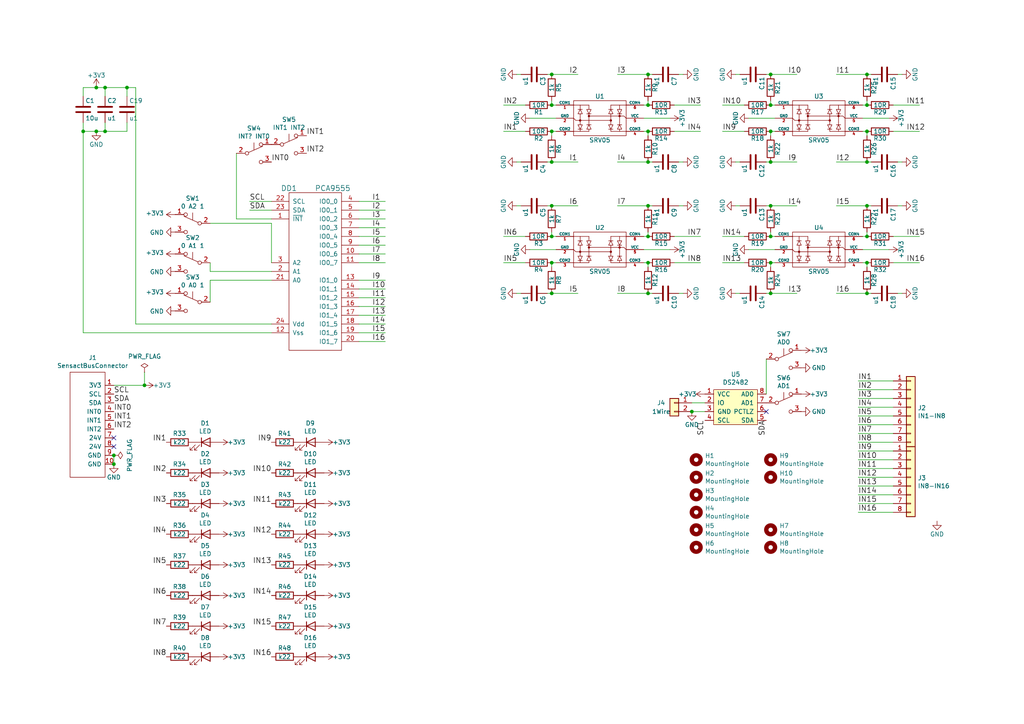
<source format=kicad_sch>
(kicad_sch (version 20211123) (generator eeschema)
  (paper "A4")
  (junction (at 33.02 134.62))
  (junction (at 200.66 119.38))
  (junction (at 223.52 85.09))
  (junction (at 41.91 111.76))
  (junction (at 251.46 46.99))
  (junction (at 223.52 76.2))
  (junction (at 187.96 30.48))
  (junction (at 223.52 46.99))
  (junction (at 187.96 76.2))
  (junction (at 187.96 59.69))
  (junction (at 251.46 59.69))
  (junction (at 30.48 38.1))
  (junction (at 187.96 68.58))
  (junction (at 251.46 76.2))
  (junction (at 251.46 21.59))
  (junction (at 160.02 68.58))
  (junction (at 187.96 85.09))
  (junction (at 187.96 21.59))
  (junction (at 160.02 85.09))
  (junction (at 160.02 76.2))
  (junction (at 187.96 46.99))
  (junction (at 223.52 68.58))
  (junction (at 160.02 30.48))
  (junction (at 27.94 38.1))
  (junction (at 33.02 132.08))
  (junction (at 223.52 21.59))
  (junction (at 24.13 38.1))
  (junction (at 160.02 59.69))
  (junction (at 160.02 46.99))
  (junction (at 30.48 25.4))
  (junction (at 223.52 30.48))
  (junction (at 251.46 68.58))
  (junction (at 251.46 85.09))
  (junction (at 187.96 38.1))
  (junction (at 223.52 59.69))
  (junction (at 251.46 38.1))
  (junction (at 27.94 25.4))
  (junction (at 160.02 38.1))
  (junction (at 223.52 38.1))
  (junction (at 251.46 30.48))
  (junction (at 160.02 21.59))
  (junction (at 36.83 25.4))
  (no_connect (at 33.02 127))
  (no_connect (at 33.02 129.54))
  (no_connect (at 222.25 119.38))
  (wire (pts (xy 104.14 91.44) (xy 111.76 91.44)))
  (wire (pts (xy 161.29 34.29) (xy 153.67 34.29)))
  (wire (pts (xy 198.12 59.69) (xy 196.85 59.69)))
  (wire (pts (xy 223.52 38.1) (xy 223.52 39.37)))
  (wire (pts (xy 151.13 85.09) (xy 149.86 85.09)))
  (wire (pts (xy 24.13 38.1) (xy 27.94 38.1)))
  (wire (pts (xy 215.9 30.48) (xy 209.55 30.48)))
  (wire (pts (xy 223.52 21.59) (xy 231.14 21.59)))
  (wire (pts (xy 257.81 34.29) (xy 250.19 34.29)))
  (wire (pts (xy 222.25 21.59) (xy 223.52 21.59)))
  (wire (pts (xy 27.94 25.4) (xy 30.48 25.4)))
  (wire (pts (xy 68.58 44.45) (xy 68.58 63.5)))
  (wire (pts (xy 36.83 25.4) (xy 39.37 25.4)))
  (wire (pts (xy 24.13 38.1) (xy 24.13 96.52)))
  (wire (pts (xy 179.07 85.09) (xy 187.96 85.09)))
  (wire (pts (xy 198.12 46.99) (xy 196.85 46.99)))
  (wire (pts (xy 223.52 68.58) (xy 223.52 67.31)))
  (wire (pts (xy 259.08 125.73) (xy 248.92 125.73)))
  (wire (pts (xy 60.96 64.77) (xy 78.74 64.77)))
  (wire (pts (xy 30.48 38.1) (xy 30.48 35.56)))
  (wire (pts (xy 160.02 38.1) (xy 160.02 39.37)))
  (wire (pts (xy 250.19 30.48) (xy 251.46 30.48)))
  (wire (pts (xy 224.79 72.39) (xy 217.17 72.39)))
  (wire (pts (xy 222.25 85.09) (xy 223.52 85.09)))
  (wire (pts (xy 259.08 138.43) (xy 248.92 138.43)))
  (wire (pts (xy 104.14 81.28) (xy 111.76 81.28)))
  (wire (pts (xy 60.96 78.74) (xy 78.74 78.74)))
  (wire (pts (xy 30.48 25.4) (xy 30.48 27.94)))
  (wire (pts (xy 251.46 59.69) (xy 252.73 59.69)))
  (wire (pts (xy 158.75 46.99) (xy 160.02 46.99)))
  (wire (pts (xy 195.58 68.58) (xy 203.2 68.58)))
  (wire (pts (xy 261.62 46.99) (xy 260.35 46.99)))
  (wire (pts (xy 78.74 93.98) (xy 39.37 93.98)))
  (wire (pts (xy 104.14 73.66) (xy 111.76 73.66)))
  (wire (pts (xy 259.08 133.35) (xy 248.92 133.35)))
  (wire (pts (xy 104.14 58.42) (xy 111.76 58.42)))
  (wire (pts (xy 78.74 81.28) (xy 60.96 81.28)))
  (wire (pts (xy 187.96 68.58) (xy 187.96 67.31)))
  (wire (pts (xy 187.96 85.09) (xy 189.23 85.09)))
  (wire (pts (xy 30.48 38.1) (xy 36.83 38.1)))
  (wire (pts (xy 104.14 68.58) (xy 111.76 68.58)))
  (wire (pts (xy 158.75 21.59) (xy 160.02 21.59)))
  (wire (pts (xy 223.52 30.48) (xy 223.52 29.21)))
  (wire (pts (xy 104.14 66.04) (xy 111.76 66.04)))
  (wire (pts (xy 251.46 68.58) (xy 251.46 67.31)))
  (wire (pts (xy 24.13 25.4) (xy 27.94 25.4)))
  (wire (pts (xy 222.25 104.14) (xy 222.25 114.3)))
  (wire (pts (xy 36.83 25.4) (xy 36.83 27.94)))
  (wire (pts (xy 259.08 123.19) (xy 248.92 123.19)))
  (wire (pts (xy 151.13 21.59) (xy 149.86 21.59)))
  (wire (pts (xy 224.79 68.58) (xy 223.52 68.58)))
  (wire (pts (xy 161.29 72.39) (xy 153.67 72.39)))
  (wire (pts (xy 36.83 38.1) (xy 36.83 35.56)))
  (wire (pts (xy 259.08 113.03) (xy 248.92 113.03)))
  (wire (pts (xy 78.74 60.96) (xy 72.39 60.96)))
  (wire (pts (xy 186.69 68.58) (xy 187.96 68.58)))
  (wire (pts (xy 215.9 68.58) (xy 209.55 68.58)))
  (wire (pts (xy 187.96 46.99) (xy 189.23 46.99)))
  (wire (pts (xy 259.08 115.57) (xy 248.92 115.57)))
  (wire (pts (xy 223.52 59.69) (xy 231.14 59.69)))
  (wire (pts (xy 223.52 85.09) (xy 231.14 85.09)))
  (wire (pts (xy 187.96 21.59) (xy 189.23 21.59)))
  (wire (pts (xy 214.63 21.59) (xy 213.36 21.59)))
  (wire (pts (xy 259.08 76.2) (xy 266.7 76.2)))
  (wire (pts (xy 251.46 30.48) (xy 251.46 29.21)))
  (wire (pts (xy 60.96 76.2) (xy 60.96 78.74)))
  (wire (pts (xy 215.9 38.1) (xy 209.55 38.1)))
  (wire (pts (xy 78.74 63.5) (xy 68.58 63.5)))
  (wire (pts (xy 104.14 88.9) (xy 111.76 88.9)))
  (wire (pts (xy 195.58 38.1) (xy 203.2 38.1)))
  (wire (pts (xy 27.94 38.1) (xy 30.48 38.1)))
  (wire (pts (xy 251.46 76.2) (xy 251.46 77.47)))
  (wire (pts (xy 250.19 38.1) (xy 251.46 38.1)))
  (wire (pts (xy 259.08 140.97) (xy 248.92 140.97)))
  (wire (pts (xy 104.14 99.06) (xy 111.76 99.06)))
  (wire (pts (xy 151.13 59.69) (xy 149.86 59.69)))
  (wire (pts (xy 223.52 76.2) (xy 223.52 77.47)))
  (wire (pts (xy 33.02 132.08) (xy 33.02 134.62)))
  (wire (pts (xy 78.74 58.42) (xy 72.39 58.42)))
  (wire (pts (xy 104.14 93.98) (xy 111.76 93.98)))
  (wire (pts (xy 152.4 38.1) (xy 146.05 38.1)))
  (wire (pts (xy 259.08 130.81) (xy 248.92 130.81)))
  (wire (pts (xy 104.14 83.82) (xy 111.76 83.82)))
  (wire (pts (xy 158.75 85.09) (xy 160.02 85.09)))
  (wire (pts (xy 160.02 76.2) (xy 161.29 76.2)))
  (wire (pts (xy 151.13 46.99) (xy 149.86 46.99)))
  (wire (pts (xy 261.62 59.69) (xy 260.35 59.69)))
  (wire (pts (xy 152.4 68.58) (xy 146.05 68.58)))
  (wire (pts (xy 195.58 30.48) (xy 203.2 30.48)))
  (wire (pts (xy 160.02 30.48) (xy 160.02 29.21)))
  (wire (pts (xy 194.31 34.29) (xy 186.69 34.29)))
  (wire (pts (xy 259.08 120.65) (xy 248.92 120.65)))
  (wire (pts (xy 194.31 72.39) (xy 186.69 72.39)))
  (wire (pts (xy 198.12 85.09) (xy 196.85 85.09)))
  (wire (pts (xy 259.08 146.05) (xy 248.92 146.05)))
  (wire (pts (xy 104.14 71.12) (xy 111.76 71.12)))
  (wire (pts (xy 204.47 119.38) (xy 200.66 119.38)))
  (wire (pts (xy 33.02 111.76) (xy 41.91 111.76)))
  (wire (pts (xy 78.74 64.77) (xy 78.74 76.2)))
  (wire (pts (xy 223.52 46.99) (xy 231.14 46.99)))
  (wire (pts (xy 242.57 85.09) (xy 251.46 85.09)))
  (wire (pts (xy 223.52 76.2) (xy 224.79 76.2)))
  (wire (pts (xy 259.08 30.48) (xy 266.7 30.48)))
  (wire (pts (xy 215.9 76.2) (xy 209.55 76.2)))
  (wire (pts (xy 186.69 76.2) (xy 187.96 76.2)))
  (wire (pts (xy 259.08 128.27) (xy 248.92 128.27)))
  (wire (pts (xy 198.12 21.59) (xy 196.85 21.59)))
  (wire (pts (xy 152.4 76.2) (xy 146.05 76.2)))
  (wire (pts (xy 24.13 35.56) (xy 24.13 38.1)))
  (wire (pts (xy 24.13 25.4) (xy 24.13 27.94)))
  (wire (pts (xy 158.75 59.69) (xy 160.02 59.69)))
  (wire (pts (xy 214.63 46.99) (xy 213.36 46.99)))
  (wire (pts (xy 186.69 38.1) (xy 187.96 38.1)))
  (wire (pts (xy 259.08 143.51) (xy 248.92 143.51)))
  (wire (pts (xy 160.02 46.99) (xy 167.64 46.99)))
  (wire (pts (xy 259.08 148.59) (xy 248.92 148.59)))
  (wire (pts (xy 242.57 21.59) (xy 251.46 21.59)))
  (wire (pts (xy 222.25 46.99) (xy 223.52 46.99)))
  (wire (pts (xy 224.79 30.48) (xy 223.52 30.48)))
  (wire (pts (xy 259.08 135.89) (xy 248.92 135.89)))
  (wire (pts (xy 186.69 30.48) (xy 187.96 30.48)))
  (wire (pts (xy 251.46 85.09) (xy 252.73 85.09)))
  (wire (pts (xy 259.08 118.11) (xy 248.92 118.11)))
  (wire (pts (xy 60.96 81.28) (xy 60.96 87.63)))
  (wire (pts (xy 223.52 38.1) (xy 224.79 38.1)))
  (wire (pts (xy 179.07 59.69) (xy 187.96 59.69)))
  (wire (pts (xy 195.58 76.2) (xy 203.2 76.2)))
  (wire (pts (xy 161.29 30.48) (xy 160.02 30.48)))
  (wire (pts (xy 104.14 60.96) (xy 111.76 60.96)))
  (wire (pts (xy 187.96 38.1) (xy 187.96 39.37)))
  (wire (pts (xy 259.08 68.58) (xy 266.7 68.58)))
  (wire (pts (xy 251.46 38.1) (xy 251.46 39.37)))
  (wire (pts (xy 187.96 59.69) (xy 189.23 59.69)))
  (wire (pts (xy 179.07 46.99) (xy 187.96 46.99)))
  (wire (pts (xy 152.4 30.48) (xy 146.05 30.48)))
  (wire (pts (xy 160.02 85.09) (xy 167.64 85.09)))
  (wire (pts (xy 24.13 96.52) (xy 78.74 96.52)))
  (wire (pts (xy 250.19 68.58) (xy 251.46 68.58)))
  (wire (pts (xy 214.63 85.09) (xy 213.36 85.09)))
  (wire (pts (xy 160.02 38.1) (xy 161.29 38.1)))
  (wire (pts (xy 160.02 21.59) (xy 167.64 21.59)))
  (wire (pts (xy 179.07 21.59) (xy 187.96 21.59)))
  (wire (pts (xy 160.02 68.58) (xy 160.02 67.31)))
  (wire (pts (xy 39.37 93.98) (xy 39.37 25.4)))
  (wire (pts (xy 257.81 72.39) (xy 250.19 72.39)))
  (wire (pts (xy 41.91 107.95) (xy 41.91 111.76)))
  (wire (pts (xy 160.02 59.69) (xy 167.64 59.69)))
  (wire (pts (xy 161.29 68.58) (xy 160.02 68.58)))
  (wire (pts (xy 242.57 59.69) (xy 251.46 59.69)))
  (wire (pts (xy 187.96 76.2) (xy 187.96 77.47)))
  (wire (pts (xy 250.19 76.2) (xy 251.46 76.2)))
  (wire (pts (xy 214.63 59.69) (xy 213.36 59.69)))
  (wire (pts (xy 160.02 76.2) (xy 160.02 77.47)))
  (wire (pts (xy 30.48 25.4) (xy 36.83 25.4)))
  (wire (pts (xy 251.46 21.59) (xy 252.73 21.59)))
  (wire (pts (xy 187.96 30.48) (xy 187.96 29.21)))
  (wire (pts (xy 259.08 38.1) (xy 266.7 38.1)))
  (wire (pts (xy 259.08 110.49) (xy 248.92 110.49)))
  (wire (pts (xy 104.14 86.36) (xy 111.76 86.36)))
  (wire (pts (xy 104.14 96.52) (xy 111.76 96.52)))
  (wire (pts (xy 200.66 116.84) (xy 204.47 116.84)))
  (wire (pts (xy 104.14 63.5) (xy 111.76 63.5)))
  (wire (pts (xy 224.79 34.29) (xy 217.17 34.29)))
  (wire (pts (xy 242.57 46.99) (xy 251.46 46.99)))
  (wire (pts (xy 261.62 21.59) (xy 260.35 21.59)))
  (wire (pts (xy 104.14 76.2) (xy 111.76 76.2)))
  (wire (pts (xy 222.25 59.69) (xy 223.52 59.69)))
  (wire (pts (xy 261.62 85.09) (xy 260.35 85.09)))
  (wire (pts (xy 251.46 46.99) (xy 252.73 46.99)))
  (label "I12" (at 242.57 46.99 0) (effects (font (size 1.524 1.524))))
  (label "IN14" (at 248.92 143.51 0) (effects (font (size 1.524 1.524))))
  (label "IN2" (at 48.26 137.16 180) (effects (font (size 1.524 1.524))))
  (label "IN1" (at 146.05 38.1 0) (effects (font (size 1.524 1.524))))
  (label "I12" (at 107.95 88.9 0) (effects (font (size 1.524 1.524))))
  (label "I1" (at 107.95 58.42 0) (effects (font (size 1.524 1.524))))
  (label "I13" (at 107.95 91.44 0) (effects (font (size 1.524 1.524))))
  (label "I7" (at 107.95 73.66 0) (effects (font (size 1.524 1.524))))
  (label "I2" (at 165.1 21.59 0) (effects (font (size 1.524 1.524))))
  (label "IN1" (at 48.26 128.27 180) (effects (font (size 1.524 1.524))))
  (label "INT0" (at 33.02 119.38 0) (effects (font (size 1.524 1.524))))
  (label "IN15" (at 248.92 146.05 0) (effects (font (size 1.524 1.524))))
  (label "I7" (at 179.07 59.69 0) (effects (font (size 1.524 1.524))))
  (label "IN15" (at 78.74 181.61 180) (effects (font (size 1.524 1.524))))
  (label "IN12" (at 248.92 138.43 0) (effects (font (size 1.524 1.524))))
  (label "IN15" (at 262.89 68.58 0) (effects (font (size 1.524 1.524))))
  (label "I8" (at 179.07 85.09 0) (effects (font (size 1.524 1.524))))
  (label "I9" (at 107.95 81.28 0) (effects (font (size 1.524 1.524))))
  (label "I10" (at 228.6 21.59 0) (effects (font (size 1.524 1.524))))
  (label "IN3" (at 248.92 115.57 0) (effects (font (size 1.524 1.524))))
  (label "I5" (at 107.95 68.58 0) (effects (font (size 1.524 1.524))))
  (label "I6" (at 165.1 59.69 0) (effects (font (size 1.524 1.524))))
  (label "IN5" (at 48.26 163.83 180) (effects (font (size 1.524 1.524))))
  (label "IN16" (at 78.74 190.5 180) (effects (font (size 1.524 1.524))))
  (label "IN11" (at 248.92 135.89 0) (effects (font (size 1.524 1.524))))
  (label "IN14" (at 209.55 68.58 0) (effects (font (size 1.524 1.524))))
  (label "INT1" (at 88.9 39.37 0) (effects (font (size 1.524 1.524))))
  (label "IN7" (at 248.92 125.73 0) (effects (font (size 1.524 1.524))))
  (label "I13" (at 228.6 85.09 0) (effects (font (size 1.524 1.524))))
  (label "SDA" (at 222.25 121.92 270) (effects (font (size 1.524 1.524))))
  (label "I15" (at 242.57 59.69 0) (effects (font (size 1.524 1.524))))
  (label "IN5" (at 146.05 76.2 0) (effects (font (size 1.524 1.524))))
  (label "I15" (at 107.95 96.52 0) (effects (font (size 1.524 1.524))))
  (label "SCL" (at 33.02 114.3 0) (effects (font (size 1.524 1.524))))
  (label "IN8" (at 248.92 128.27 0) (effects (font (size 1.524 1.524))))
  (label "I6" (at 107.95 71.12 0) (effects (font (size 1.524 1.524))))
  (label "I2" (at 107.95 60.96 0) (effects (font (size 1.524 1.524))))
  (label "IN5" (at 248.92 120.65 0) (effects (font (size 1.524 1.524))))
  (label "INT2" (at 33.02 124.46 0) (effects (font (size 1.524 1.524))))
  (label "IN10" (at 209.55 30.48 0) (effects (font (size 1.524 1.524))))
  (label "IN9" (at 209.55 38.1 0) (effects (font (size 1.524 1.524))))
  (label "I11" (at 242.57 21.59 0) (effects (font (size 1.524 1.524))))
  (label "IN6" (at 146.05 68.58 0) (effects (font (size 1.524 1.524))))
  (label "IN13" (at 209.55 76.2 0) (effects (font (size 1.524 1.524))))
  (label "I3" (at 179.07 21.59 0) (effects (font (size 1.524 1.524))))
  (label "I14" (at 107.95 93.98 0) (effects (font (size 1.524 1.524))))
  (label "IN7" (at 199.39 68.58 0) (effects (font (size 1.524 1.524))))
  (label "SCL" (at 72.39 58.42 0) (effects (font (size 1.524 1.524))))
  (label "IN12" (at 78.74 154.94 180) (effects (font (size 1.524 1.524))))
  (label "SDA" (at 72.39 60.96 0) (effects (font (size 1.524 1.524))))
  (label "IN11" (at 78.74 146.05 180) (effects (font (size 1.524 1.524))))
  (label "IN11" (at 262.89 30.48 0) (effects (font (size 1.524 1.524))))
  (label "IN4" (at 48.26 154.94 180) (effects (font (size 1.524 1.524))))
  (label "IN4" (at 248.92 118.11 0) (effects (font (size 1.524 1.524))))
  (label "INT0" (at 78.74 46.99 0) (effects (font (size 1.524 1.524))))
  (label "IN13" (at 248.92 140.97 0) (effects (font (size 1.524 1.524))))
  (label "IN4" (at 199.39 38.1 0) (effects (font (size 1.524 1.524))))
  (label "IN14" (at 78.74 172.72 180) (effects (font (size 1.524 1.524))))
  (label "IN6" (at 248.92 123.19 0) (effects (font (size 1.524 1.524))))
  (label "I11" (at 107.95 86.36 0) (effects (font (size 1.524 1.524))))
  (label "IN7" (at 48.26 181.61 180) (effects (font (size 1.524 1.524))))
  (label "IN2" (at 146.05 30.48 0) (effects (font (size 1.524 1.524))))
  (label "IN16" (at 248.92 148.59 0) (effects (font (size 1.524 1.524))))
  (label "IN9" (at 78.74 128.27 180) (effects (font (size 1.524 1.524))))
  (label "IN3" (at 199.39 30.48 0) (effects (font (size 1.524 1.524))))
  (label "IN10" (at 78.74 137.16 180) (effects (font (size 1.524 1.524))))
  (label "INT1" (at 33.02 121.92 0) (effects (font (size 1.524 1.524))))
  (label "IN3" (at 48.26 146.05 180) (effects (font (size 1.524 1.524))))
  (label "SDA" (at 33.02 116.84 0) (effects (font (size 1.524 1.524))))
  (label "I10" (at 107.95 83.82 0) (effects (font (size 1.524 1.524))))
  (label "I14" (at 228.6 59.69 0) (effects (font (size 1.524 1.524))))
  (label "I5" (at 165.1 85.09 0) (effects (font (size 1.524 1.524))))
  (label "IN9" (at 248.92 130.81 0) (effects (font (size 1.524 1.524))))
  (label "I16" (at 107.95 99.06 0) (effects (font (size 1.524 1.524))))
  (label "IN13" (at 78.74 163.83 180) (effects (font (size 1.524 1.524))))
  (label "IN2" (at 248.92 113.03 0) (effects (font (size 1.524 1.524))))
  (label "I4" (at 107.95 66.04 0) (effects (font (size 1.524 1.524))))
  (label "IN1" (at 248.92 110.49 0) (effects (font (size 1.524 1.524))))
  (label "IN12" (at 262.89 38.1 0) (effects (font (size 1.524 1.524))))
  (label "IN10" (at 248.92 133.35 0) (effects (font (size 1.524 1.524))))
  (label "IN8" (at 48.26 190.5 180) (effects (font (size 1.524 1.524))))
  (label "I1" (at 165.1 46.99 0) (effects (font (size 1.524 1.524))))
  (label "I3" (at 107.95 63.5 0) (effects (font (size 1.524 1.524))))
  (label "I4" (at 179.07 46.99 0) (effects (font (size 1.524 1.524))))
  (label "I16" (at 242.57 85.09 0) (effects (font (size 1.524 1.524))))
  (label "IN6" (at 48.26 172.72 180) (effects (font (size 1.524 1.524))))
  (label "IN16" (at 262.89 76.2 0) (effects (font (size 1.524 1.524))))
  (label "IN8" (at 199.39 76.2 0) (effects (font (size 1.524 1.524))))
  (label "INT2" (at 88.9 44.45 0) (effects (font (size 1.524 1.524))))
  (label "SCL" (at 204.47 121.92 270) (effects (font (size 1.524 1.524))))
  (label "I8" (at 107.95 76.2 0) (effects (font (size 1.524 1.524))))
  (label "I9" (at 228.6 46.99 0) (effects (font (size 1.524 1.524))))
  (symbol (lib_id "sensactInpExt-rescue:PCA9555") (at 90.17 78.74 0) (unit 1)
    (property "Reference" "DD1" (at 83.82 54.61 0) (effects (font (size 1.524 1.524))))
    (property "Value" "PCA9555" (at 96.52 54.61 0) (effects (font (size 1.524 1.524))))
    (property "Footprint" "liebler_SEMICONDUCTORS:TSSOP-24_4.4x7.8mm_Pitch0.65mm_handsolder" (effects hide))
  )
  (symbol (lib_id "sensactInpExt-rescue:SRV05") (at 173.99 34.29 0) (unit 1)
    (property "Reference" "U1" (at 173.99 27.94 0))
    (property "Value" "SRV05" (at 173.99 40.64 0))
    (property "Footprint" "sensact:SOT-23-6_handsolder" (effects hide))
  )
  (symbol (lib_id "Device:R") (at 156.21 30.48 270) (unit 1)
    (property "Reference" "R1" (at 156.21 32.512 90))
    (property "Value" "10R" (at 156.21 30.48 90))
    (property "Footprint" "Resistor_SMD:R_0805_2012Metric_Pad1.20x1.40mm_HandSolder" (effects hide))
  )
  (symbol (lib_id "Device:R") (at 156.21 38.1 270) (unit 1)
    (property "Reference" "R2" (at 156.21 40.132 90))
    (property "Value" "10R" (at 156.21 38.1 90))
    (property "Footprint" "Resistor_SMD:R_0805_2012Metric_Pad1.20x1.40mm_HandSolder" (effects hide))
  )
  (symbol (lib_id "Device:R") (at 191.77 30.48 270) (unit 1)
    (property "Reference" "R13" (at 191.77 32.512 90))
    (property "Value" "10R" (at 191.77 30.48 90))
    (property "Footprint" "Resistor_SMD:R_0805_2012Metric_Pad1.20x1.40mm_HandSolder" (effects hide))
  )
  (symbol (lib_id "Device:R") (at 191.77 38.1 270) (unit 1)
    (property "Reference" "R14" (at 191.77 40.132 90))
    (property "Value" "10R" (at 191.77 38.1 90))
    (property "Footprint" "Resistor_SMD:R_0805_2012Metric_Pad1.20x1.40mm_HandSolder" (effects hide))
  )
  (symbol (lib_id "Device:R") (at 187.96 25.4 0) (unit 1)
    (property "Reference" "R9" (at 189.992 25.4 90))
    (property "Value" "1k" (at 187.96 25.4 90))
    (property "Footprint" "Resistor_SMD:R_0805_2012Metric_Pad1.20x1.40mm_HandSolder" (effects hide))
  )
  (symbol (lib_id "Device:R") (at 160.02 25.4 0) (unit 1)
    (property "Reference" "R5" (at 162.052 25.4 90))
    (property "Value" "1k" (at 160.02 25.4 90))
    (property "Footprint" "Resistor_SMD:R_0805_2012Metric_Pad1.20x1.40mm_HandSolder" (effects hide))
  )
  (symbol (lib_id "Device:R") (at 160.02 43.18 0) (unit 1)
    (property "Reference" "R6" (at 162.052 43.18 90))
    (property "Value" "1k" (at 160.02 43.18 90))
    (property "Footprint" "Resistor_SMD:R_0805_2012Metric_Pad1.20x1.40mm_HandSolder" (effects hide))
  )
  (symbol (lib_id "Device:R") (at 187.96 43.18 0) (unit 1)
    (property "Reference" "R10" (at 189.992 43.18 90))
    (property "Value" "1k" (at 187.96 43.18 90))
    (property "Footprint" "Resistor_SMD:R_0805_2012Metric_Pad1.20x1.40mm_HandSolder" (effects hide))
  )
  (symbol (lib_id "Device:C") (at 193.04 21.59 270) (unit 1)
    (property "Reference" "C7" (at 195.58 22.225 0) (effects (justify left)))
    (property "Value" "u1" (at 190.5 22.225 0) (effects (justify left)))
    (property "Footprint" "Capacitor_SMD:C_0805_2012Metric_Pad1.18x1.45mm_HandSolder" (effects hide))
  )
  (symbol (lib_id "Device:C") (at 154.94 21.59 270) (unit 1)
    (property "Reference" "C3" (at 157.48 22.225 0) (effects (justify left)))
    (property "Value" "u1" (at 152.4 22.225 0) (effects (justify left)))
    (property "Footprint" "Capacitor_SMD:C_0805_2012Metric_Pad1.18x1.45mm_HandSolder" (effects hide))
  )
  (symbol (lib_id "Device:C") (at 154.94 46.99 270) (unit 1)
    (property "Reference" "C4" (at 157.48 47.625 0) (effects (justify left)))
    (property "Value" "u1" (at 152.4 47.625 0) (effects (justify left)))
    (property "Footprint" "Capacitor_SMD:C_0805_2012Metric_Pad1.18x1.45mm_HandSolder" (effects hide))
  )
  (symbol (lib_id "Device:C") (at 193.04 46.99 270) (unit 1)
    (property "Reference" "C8" (at 195.58 47.625 0) (effects (justify left)))
    (property "Value" "u1" (at 190.5 47.625 0) (effects (justify left)))
    (property "Footprint" "Capacitor_SMD:C_0805_2012Metric_Pad1.18x1.45mm_HandSolder" (effects hide))
  )
  (symbol (lib_id "power:+3V3") (at 194.31 34.29 270) (unit 1)
    (property "Reference" "#PWR01" (effects hide))
    (property "Value" "+3V3" (at 197.866 34.29 0))
  )
  (symbol (lib_id "power:GND") (at 198.12 21.59 90) (unit 1)
    (property "Reference" "#PWR02" (effects hide))
    (property "Value" "GND" (at 201.93 21.59 0))
  )
  (symbol (lib_id "power:GND") (at 198.12 46.99 90) (unit 1)
    (property "Reference" "#PWR03" (effects hide))
    (property "Value" "GND" (at 201.93 46.99 0))
  )
  (symbol (lib_id "power:GND") (at 149.86 21.59 270) (unit 1)
    (property "Reference" "#PWR04" (effects hide))
    (property "Value" "GND" (at 146.05 21.59 0))
  )
  (symbol (lib_id "power:GND") (at 153.67 34.29 270) (unit 1)
    (property "Reference" "#PWR05" (effects hide))
    (property "Value" "GND" (at 149.86 34.29 0))
  )
  (symbol (lib_id "power:GND") (at 149.86 46.99 270) (unit 1)
    (property "Reference" "#PWR06" (effects hide))
    (property "Value" "GND" (at 146.05 46.99 0))
  )
  (symbol (lib_id "sensactInpExt-rescue:SRV05") (at 173.99 72.39 0) (unit 1)
    (property "Reference" "U2" (at 173.99 66.04 0))
    (property "Value" "SRV05" (at 173.99 78.74 0))
    (property "Footprint" "sensact:SOT-23-6_handsolder" (effects hide))
  )
  (symbol (lib_id "Device:R") (at 156.21 68.58 270) (unit 1)
    (property "Reference" "R3" (at 156.21 70.612 90))
    (property "Value" "10R" (at 156.21 68.58 90))
    (property "Footprint" "Resistor_SMD:R_0805_2012Metric_Pad1.20x1.40mm_HandSolder" (effects hide))
  )
  (symbol (lib_id "Device:R") (at 156.21 76.2 270) (unit 1)
    (property "Reference" "R4" (at 156.21 78.232 90))
    (property "Value" "10R" (at 156.21 76.2 90))
    (property "Footprint" "Resistor_SMD:R_0805_2012Metric_Pad1.20x1.40mm_HandSolder" (effects hide))
  )
  (symbol (lib_id "Device:R") (at 191.77 68.58 270) (unit 1)
    (property "Reference" "R15" (at 191.77 70.612 90))
    (property "Value" "10R" (at 191.77 68.58 90))
    (property "Footprint" "Resistor_SMD:R_0805_2012Metric_Pad1.20x1.40mm_HandSolder" (effects hide))
  )
  (symbol (lib_id "Device:R") (at 191.77 76.2 270) (unit 1)
    (property "Reference" "R16" (at 191.77 78.232 90))
    (property "Value" "10R" (at 191.77 76.2 90))
    (property "Footprint" "Resistor_SMD:R_0805_2012Metric_Pad1.20x1.40mm_HandSolder" (effects hide))
  )
  (symbol (lib_id "Device:R") (at 187.96 63.5 0) (unit 1)
    (property "Reference" "R11" (at 189.992 63.5 90))
    (property "Value" "1k" (at 187.96 63.5 90))
    (property "Footprint" "Resistor_SMD:R_0805_2012Metric_Pad1.20x1.40mm_HandSolder" (effects hide))
  )
  (symbol (lib_id "Device:R") (at 160.02 63.5 0) (unit 1)
    (property "Reference" "R7" (at 162.052 63.5 90))
    (property "Value" "1k" (at 160.02 63.5 90))
    (property "Footprint" "Resistor_SMD:R_0805_2012Metric_Pad1.20x1.40mm_HandSolder" (effects hide))
  )
  (symbol (lib_id "Device:R") (at 160.02 81.28 0) (unit 1)
    (property "Reference" "R8" (at 162.052 81.28 90))
    (property "Value" "1k" (at 160.02 81.28 90))
    (property "Footprint" "Resistor_SMD:R_0805_2012Metric_Pad1.20x1.40mm_HandSolder" (effects hide))
  )
  (symbol (lib_id "Device:R") (at 187.96 81.28 0) (unit 1)
    (property "Reference" "R12" (at 189.992 81.28 90))
    (property "Value" "1k" (at 187.96 81.28 90))
    (property "Footprint" "Resistor_SMD:R_0805_2012Metric_Pad1.20x1.40mm_HandSolder" (effects hide))
  )
  (symbol (lib_id "Device:C") (at 193.04 59.69 270) (unit 1)
    (property "Reference" "C9" (at 195.58 60.325 0) (effects (justify left)))
    (property "Value" "u1" (at 190.5 60.325 0) (effects (justify left)))
    (property "Footprint" "Capacitor_SMD:C_0805_2012Metric_Pad1.18x1.45mm_HandSolder" (effects hide))
  )
  (symbol (lib_id "Device:C") (at 154.94 59.69 270) (unit 1)
    (property "Reference" "C5" (at 157.48 60.325 0) (effects (justify left)))
    (property "Value" "u1" (at 152.4 60.325 0) (effects (justify left)))
    (property "Footprint" "Capacitor_SMD:C_0805_2012Metric_Pad1.18x1.45mm_HandSolder" (effects hide))
  )
  (symbol (lib_id "Device:C") (at 154.94 85.09 270) (unit 1)
    (property "Reference" "C6" (at 157.48 85.725 0) (effects (justify left)))
    (property "Value" "u1" (at 152.4 85.725 0) (effects (justify left)))
    (property "Footprint" "Capacitor_SMD:C_0805_2012Metric_Pad1.18x1.45mm_HandSolder" (effects hide))
  )
  (symbol (lib_id "Device:C") (at 193.04 85.09 270) (unit 1)
    (property "Reference" "C10" (at 195.58 85.725 0) (effects (justify left)))
    (property "Value" "u1" (at 190.5 85.725 0) (effects (justify left)))
    (property "Footprint" "Capacitor_SMD:C_0805_2012Metric_Pad1.18x1.45mm_HandSolder" (effects hide))
  )
  (symbol (lib_id "power:+3V3") (at 194.31 72.39 270) (unit 1)
    (property "Reference" "#PWR07" (effects hide))
    (property "Value" "+3V3" (at 197.866 72.39 0))
  )
  (symbol (lib_id "power:GND") (at 198.12 59.69 90) (unit 1)
    (property "Reference" "#PWR08" (effects hide))
    (property "Value" "GND" (at 201.93 59.69 0))
  )
  (symbol (lib_id "power:GND") (at 198.12 85.09 90) (unit 1)
    (property "Reference" "#PWR09" (effects hide))
    (property "Value" "GND" (at 201.93 85.09 0))
  )
  (symbol (lib_id "power:GND") (at 149.86 59.69 270) (unit 1)
    (property "Reference" "#PWR010" (effects hide))
    (property "Value" "GND" (at 146.05 59.69 0))
  )
  (symbol (lib_id "power:GND") (at 153.67 72.39 270) (unit 1)
    (property "Reference" "#PWR011" (effects hide))
    (property "Value" "GND" (at 149.86 72.39 0))
  )
  (symbol (lib_id "power:GND") (at 149.86 85.09 270) (unit 1)
    (property "Reference" "#PWR012" (effects hide))
    (property "Value" "GND" (at 146.05 85.09 0))
  )
  (symbol (lib_id "sensactInpExt-rescue:SRV05") (at 237.49 34.29 0) (unit 1)
    (property "Reference" "U3" (at 237.49 27.94 0))
    (property "Value" "SRV05" (at 237.49 40.64 0))
    (property "Footprint" "sensact:SOT-23-6_handsolder" (effects hide))
  )
  (symbol (lib_id "Device:R") (at 219.71 30.48 270) (unit 1)
    (property "Reference" "R17" (at 219.71 32.512 90))
    (property "Value" "10R" (at 219.71 30.48 90))
    (property "Footprint" "Resistor_SMD:R_0805_2012Metric_Pad1.20x1.40mm_HandSolder" (effects hide))
  )
  (symbol (lib_id "Device:R") (at 219.71 38.1 270) (unit 1)
    (property "Reference" "R18" (at 219.71 40.132 90))
    (property "Value" "10R" (at 219.71 38.1 90))
    (property "Footprint" "Resistor_SMD:R_0805_2012Metric_Pad1.20x1.40mm_HandSolder" (effects hide))
  )
  (symbol (lib_id "Device:R") (at 255.27 30.48 270) (unit 1)
    (property "Reference" "R29" (at 255.27 32.512 90))
    (property "Value" "10R" (at 255.27 30.48 90))
    (property "Footprint" "Resistor_SMD:R_0805_2012Metric_Pad1.20x1.40mm_HandSolder" (effects hide))
  )
  (symbol (lib_id "Device:R") (at 255.27 38.1 270) (unit 1)
    (property "Reference" "R30" (at 255.27 40.132 90))
    (property "Value" "10R" (at 255.27 38.1 90))
    (property "Footprint" "Resistor_SMD:R_0805_2012Metric_Pad1.20x1.40mm_HandSolder" (effects hide))
  )
  (symbol (lib_id "Device:R") (at 251.46 25.4 0) (unit 1)
    (property "Reference" "R25" (at 253.492 25.4 90))
    (property "Value" "1k" (at 251.46 25.4 90))
    (property "Footprint" "Resistor_SMD:R_0805_2012Metric_Pad1.20x1.40mm_HandSolder" (effects hide))
  )
  (symbol (lib_id "Device:R") (at 223.52 25.4 0) (unit 1)
    (property "Reference" "R21" (at 225.552 25.4 90))
    (property "Value" "1k" (at 223.52 25.4 90))
    (property "Footprint" "Resistor_SMD:R_0805_2012Metric_Pad1.20x1.40mm_HandSolder" (effects hide))
  )
  (symbol (lib_id "Device:R") (at 223.52 43.18 0) (unit 1)
    (property "Reference" "R22" (at 225.552 43.18 90))
    (property "Value" "1k" (at 223.52 43.18 90))
    (property "Footprint" "Resistor_SMD:R_0805_2012Metric_Pad1.20x1.40mm_HandSolder" (effects hide))
  )
  (symbol (lib_id "Device:R") (at 251.46 43.18 0) (unit 1)
    (property "Reference" "R26" (at 253.492 43.18 90))
    (property "Value" "1k" (at 251.46 43.18 90))
    (property "Footprint" "Resistor_SMD:R_0805_2012Metric_Pad1.20x1.40mm_HandSolder" (effects hide))
  )
  (symbol (lib_id "Device:C") (at 256.54 21.59 270) (unit 1)
    (property "Reference" "C15" (at 259.08 22.225 0) (effects (justify left)))
    (property "Value" "u1" (at 254 22.225 0) (effects (justify left)))
    (property "Footprint" "Capacitor_SMD:C_0805_2012Metric_Pad1.18x1.45mm_HandSolder" (effects hide))
  )
  (symbol (lib_id "Device:C") (at 218.44 21.59 270) (unit 1)
    (property "Reference" "C11" (at 220.98 22.225 0) (effects (justify left)))
    (property "Value" "u1" (at 215.9 22.225 0) (effects (justify left)))
    (property "Footprint" "Capacitor_SMD:C_0805_2012Metric_Pad1.18x1.45mm_HandSolder" (effects hide))
  )
  (symbol (lib_id "Device:C") (at 218.44 46.99 270) (unit 1)
    (property "Reference" "C12" (at 220.98 47.625 0) (effects (justify left)))
    (property "Value" "u1" (at 215.9 47.625 0) (effects (justify left)))
    (property "Footprint" "Capacitor_SMD:C_0805_2012Metric_Pad1.18x1.45mm_HandSolder" (effects hide))
  )
  (symbol (lib_id "Device:C") (at 256.54 46.99 270) (unit 1)
    (property "Reference" "C16" (at 259.08 47.625 0) (effects (justify left)))
    (property "Value" "u1" (at 254 47.625 0) (effects (justify left)))
    (property "Footprint" "Capacitor_SMD:C_0805_2012Metric_Pad1.18x1.45mm_HandSolder" (effects hide))
  )
  (symbol (lib_id "power:+3V3") (at 257.81 34.29 270) (unit 1)
    (property "Reference" "#PWR013" (effects hide))
    (property "Value" "+3V3" (at 261.366 34.29 0))
  )
  (symbol (lib_id "power:GND") (at 261.62 21.59 90) (unit 1)
    (property "Reference" "#PWR014" (effects hide))
    (property "Value" "GND" (at 265.43 21.59 0))
  )
  (symbol (lib_id "power:GND") (at 261.62 46.99 90) (unit 1)
    (property "Reference" "#PWR015" (effects hide))
    (property "Value" "GND" (at 265.43 46.99 0))
  )
  (symbol (lib_id "power:GND") (at 213.36 21.59 270) (unit 1)
    (property "Reference" "#PWR016" (effects hide))
    (property "Value" "GND" (at 209.55 21.59 0))
  )
  (symbol (lib_id "power:GND") (at 217.17 34.29 270) (unit 1)
    (property "Reference" "#PWR017" (effects hide))
    (property "Value" "GND" (at 213.36 34.29 0))
  )
  (symbol (lib_id "power:GND") (at 213.36 46.99 270) (unit 1)
    (property "Reference" "#PWR018" (effects hide))
    (property "Value" "GND" (at 209.55 46.99 0))
  )
  (symbol (lib_id "sensactInpExt-rescue:SRV05") (at 237.49 72.39 0) (unit 1)
    (property "Reference" "U4" (at 237.49 66.04 0))
    (property "Value" "SRV05" (at 237.49 78.74 0))
    (property "Footprint" "sensact:SOT-23-6_handsolder" (effects hide))
  )
  (symbol (lib_id "Device:R") (at 219.71 68.58 270) (unit 1)
    (property "Reference" "R19" (at 219.71 70.612 90))
    (property "Value" "10R" (at 219.71 68.58 90))
    (property "Footprint" "Resistor_SMD:R_0805_2012Metric_Pad1.20x1.40mm_HandSolder" (effects hide))
  )
  (symbol (lib_id "Device:R") (at 219.71 76.2 270) (unit 1)
    (property "Reference" "R20" (at 219.71 78.232 90))
    (property "Value" "10R" (at 219.71 76.2 90))
    (property "Footprint" "Resistor_SMD:R_0805_2012Metric_Pad1.20x1.40mm_HandSolder" (effects hide))
  )
  (symbol (lib_id "Device:R") (at 255.27 68.58 270) (unit 1)
    (property "Reference" "R31" (at 255.27 70.612 90))
    (property "Value" "10R" (at 255.27 68.58 90))
    (property "Footprint" "Resistor_SMD:R_0805_2012Metric_Pad1.20x1.40mm_HandSolder" (effects hide))
  )
  (symbol (lib_id "Device:R") (at 255.27 76.2 270) (unit 1)
    (property "Reference" "R32" (at 255.27 78.232 90))
    (property "Value" "10R" (at 255.27 76.2 90))
    (property "Footprint" "Resistor_SMD:R_0805_2012Metric_Pad1.20x1.40mm_HandSolder" (effects hide))
  )
  (symbol (lib_id "Device:R") (at 251.46 63.5 0) (unit 1)
    (property "Reference" "R27" (at 253.492 63.5 90))
    (property "Value" "1k" (at 251.46 63.5 90))
    (property "Footprint" "Resistor_SMD:R_0805_2012Metric_Pad1.20x1.40mm_HandSolder" (effects hide))
  )
  (symbol (lib_id "Device:R") (at 223.52 63.5 0) (unit 1)
    (property "Reference" "R23" (at 225.552 63.5 90))
    (property "Value" "1k" (at 223.52 63.5 90))
    (property "Footprint" "Resistor_SMD:R_0805_2012Metric_Pad1.20x1.40mm_HandSolder" (effects hide))
  )
  (symbol (lib_id "Device:R") (at 223.52 81.28 0) (unit 1)
    (property "Reference" "R24" (at 225.552 81.28 90))
    (property "Value" "1k" (at 223.52 81.28 90))
    (property "Footprint" "Resistor_SMD:R_0805_2012Metric_Pad1.20x1.40mm_HandSolder" (effects hide))
  )
  (symbol (lib_id "Device:R") (at 251.46 81.28 0) (unit 1)
    (property "Reference" "R28" (at 253.492 81.28 90))
    (property "Value" "1k" (at 251.46 81.28 90))
    (property "Footprint" "Resistor_SMD:R_0805_2012Metric_Pad1.20x1.40mm_HandSolder" (effects hide))
  )
  (symbol (lib_id "Device:C") (at 256.54 59.69 270) (unit 1)
    (property "Reference" "C17" (at 259.08 60.325 0) (effects (justify left)))
    (property "Value" "u1" (at 254 60.325 0) (effects (justify left)))
    (property "Footprint" "Capacitor_SMD:C_0805_2012Metric_Pad1.18x1.45mm_HandSolder" (effects hide))
  )
  (symbol (lib_id "Device:C") (at 218.44 59.69 270) (unit 1)
    (property "Reference" "C13" (at 220.98 60.325 0) (effects (justify left)))
    (property "Value" "u1" (at 215.9 60.325 0) (effects (justify left)))
    (property "Footprint" "Capacitor_SMD:C_0805_2012Metric_Pad1.18x1.45mm_HandSolder" (effects hide))
  )
  (symbol (lib_id "Device:C") (at 218.44 85.09 270) (unit 1)
    (property "Reference" "C14" (at 220.98 85.725 0) (effects (justify left)))
    (property "Value" "u1" (at 215.9 85.725 0) (effects (justify left)))
    (property "Footprint" "Capacitor_SMD:C_0805_2012Metric_Pad1.18x1.45mm_HandSolder" (effects hide))
  )
  (symbol (lib_id "Device:C") (at 256.54 85.09 270) (unit 1)
    (property "Reference" "C18" (at 259.08 85.725 0) (effects (justify left)))
    (property "Value" "u1" (at 254 85.725 0) (effects (justify left)))
    (property "Footprint" "Capacitor_SMD:C_0805_2012Metric_Pad1.18x1.45mm_HandSolder" (effects hide))
  )
  (symbol (lib_id "power:+3V3") (at 257.81 72.39 270) (unit 1)
    (property "Reference" "#PWR019" (effects hide))
    (property "Value" "+3V3" (at 261.366 72.39 0))
  )
  (symbol (lib_id "power:GND") (at 261.62 59.69 90) (unit 1)
    (property "Reference" "#PWR020" (effects hide))
    (property "Value" "GND" (at 265.43 59.69 0))
  )
  (symbol (lib_id "power:GND") (at 261.62 85.09 90) (unit 1)
    (property "Reference" "#PWR021" (effects hide))
    (property "Value" "GND" (at 265.43 85.09 0))
  )
  (symbol (lib_id "power:GND") (at 213.36 59.69 270) (unit 1)
    (property "Reference" "#PWR022" (effects hide))
    (property "Value" "GND" (at 209.55 59.69 0))
  )
  (symbol (lib_id "power:GND") (at 217.17 72.39 270) (unit 1)
    (property "Reference" "#PWR023" (effects hide))
    (property "Value" "GND" (at 213.36 72.39 0))
  )
  (symbol (lib_id "power:GND") (at 213.36 85.09 270) (unit 1)
    (property "Reference" "#PWR024" (effects hide))
    (property "Value" "GND" (at 209.55 85.09 0))
  )
  (symbol (lib_id "power:GND") (at 271.78 151.13 0) (unit 1)
    (property "Reference" "#PWR031" (effects hide))
    (property "Value" "GND" (at 271.78 154.94 0))
  )
  (symbol (lib_id "power:+3V3") (at 41.91 111.76 270) (unit 1)
    (property "Reference" "#PWR032" (effects hide))
    (property "Value" "+3V3" (at 46.99 111.76 90))
  )
  (symbol (lib_id "power:GND") (at 27.94 38.1 0) (unit 1)
    (property "Reference" "#PWR034" (effects hide))
    (property "Value" "GND" (at 27.94 41.91 0))
  )
  (symbol (lib_id "power:+3V3") (at 27.94 25.4 0) (unit 1)
    (property "Reference" "#PWR035" (effects hide))
    (property "Value" "+3V3" (at 27.94 21.844 0))
  )
  (symbol (lib_id "Device:C") (at 24.13 31.75 0) (unit 1)
    (property "Reference" "C1" (at 24.765 29.21 0) (effects (justify left)))
    (property "Value" "10u" (at 24.765 34.29 0) (effects (justify left)))
    (property "Footprint" "Capacitor_SMD:C_0805_2012Metric_Pad1.18x1.45mm_HandSolder" (effects hide))
  )
  (symbol (lib_id "Device:C") (at 30.48 31.75 0) (unit 1)
    (property "Reference" "C2" (at 31.115 29.21 0) (effects (justify left)))
    (property "Value" "u1" (at 31.115 34.29 0) (effects (justify left)))
    (property "Footprint" "Capacitor_SMD:C_0805_2012Metric_Pad1.18x1.45mm_HandSolder" (effects hide))
  )
  (symbol (lib_id "power:GND") (at 200.66 119.38 0) (unit 1)
    (property "Reference" "#PWR036" (effects hide))
    (property "Value" "GND" (at 200.66 123.19 0))
  )
  (symbol (lib_id "power:+3V3") (at 204.47 114.3 90) (unit 1)
    (property "Reference" "#PWR037" (effects hide))
    (property "Value" "+3V3" (at 199.39 114.3 90))
  )
  (symbol (lib_id "power:+3V3") (at 232.41 101.6 270) (unit 1)
    (property "Reference" "#PWR038" (effects hide))
    (property "Value" "+3V3" (at 237.49 101.6 90))
  )
  (symbol (lib_id "power:GND") (at 232.41 106.68 90) (unit 1)
    (property "Reference" "#PWR041" (effects hide))
    (property "Value" "GND" (at 237.49 106.68 90))
  )
  (symbol (lib_id "Device:C") (at 36.83 31.75 0) (unit 1)
    (property "Reference" "C19" (at 37.465 29.21 0) (effects (justify left)))
    (property "Value" "u1" (at 37.465 34.29 0) (effects (justify left)))
    (property "Footprint" "Capacitor_SMD:C_0805_2012Metric_Pad1.18x1.45mm_HandSolder" (effects hide))
  )
  (symbol (lib_id "power:GND") (at 33.02 134.62 0) (unit 1)
    (property "Reference" "#PWR044" (effects hide))
    (property "Value" "GND" (at 33.02 138.43 0))
  )
  (symbol (lib_id "power:PWR_FLAG") (at 41.91 107.95 0) (unit 1)
    (property "Reference" "#FLG045" (effects hide))
    (property "Value" "PWR_FLAG" (at 41.91 103.378 0))
  )
  (symbol (lib_id "Switch:SW_Push_SPDT") (at 55.88 64.77 0) (mirror y) (unit 1)
    (property "Reference" "SW1" (at 55.88 57.531 0))
    (property "Value" "0 A2 1" (at 55.88 59.8424 0))
    (property "Footprint" "liebler_MECH:Switch_SS12D00" (effects hide))
  )
  (symbol (lib_id "Connector_Generic:Conn_01x08") (at 264.16 118.11 0) (unit 1)
    (property "Reference" "J2" (at 266.192 118.3132 0) (effects (justify left)))
    (property "Value" "IN1-IN8" (at 266.192 120.6246 0) (effects (justify left)))
    (property "Footprint" "liebler_CONN:PhoenixContact_MC_0,5_8-G-2.5_1x08_P2.50mm_Horizontal" (effects hide))
  )
  (symbol (lib_id "Switch:SW_Push_SPDT") (at 55.88 76.2 0) (mirror y) (unit 1)
    (property "Reference" "SW2" (at 55.88 68.961 0))
    (property "Value" "0 A1 1" (at 55.88 71.2724 0))
    (property "Footprint" "liebler_MECH:Switch_SS12D00" (effects hide))
  )
  (symbol (lib_id "Switch:SW_Push_SPDT") (at 55.88 87.63 0) (mirror y) (unit 1)
    (property "Reference" "SW3" (at 55.88 80.391 0))
    (property "Value" "0 A0 1" (at 55.88 82.7024 0))
    (property "Footprint" "liebler_MECH:Switch_SS12D00" (effects hide))
  )
  (symbol (lib_id "power:+3V3") (at 50.8 62.23 90) (unit 1)
    (property "Reference" "#PWR025" (effects hide))
    (property "Value" "+3V3" (at 47.5488 61.849 90) (effects (justify left)))
  )
  (symbol (lib_id "Connector_Generic:Conn_01x08") (at 264.16 138.43 0) (unit 1)
    (property "Reference" "J3" (at 266.192 138.6332 0) (effects (justify left)))
    (property "Value" "IN8-IN16" (at 266.192 140.9446 0) (effects (justify left)))
    (property "Footprint" "liebler_CONN:PhoenixContact_MC_0,5_8-G-2.5_1x08_P2.50mm_Horizontal" (effects hide))
  )
  (symbol (lib_id "power:+3V3") (at 50.8 73.66 90) (unit 1)
    (property "Reference" "#PWR027" (effects hide))
    (property "Value" "+3V3" (at 47.5488 73.279 90) (effects (justify left)))
  )
  (symbol (lib_id "power:+3V3") (at 50.8 85.09 90) (unit 1)
    (property "Reference" "#PWR029" (effects hide))
    (property "Value" "+3V3" (at 47.5488 84.709 90) (effects (justify left)))
  )
  (symbol (lib_id "sensact:SensactBusConnector") (at 25.4 123.19 0) (unit 1)
    (property "Reference" "J1" (at 26.8732 103.759 0))
    (property "Value" "SensactBusConnector" (at 26.8732 106.0704 0))
    (property "Footprint" "Connector_IDC:IDC-Header_2x05_P2.54mm_Horizontal" (effects hide))
  )
  (symbol (lib_id "power:GND") (at 50.8 67.31 270) (unit 1)
    (property "Reference" "#PWR026" (effects hide))
    (property "Value" "GND" (at 47.5488 67.437 90) (effects (justify right)))
  )
  (symbol (lib_id "power:GND") (at 50.8 78.74 270) (unit 1)
    (property "Reference" "#PWR028" (effects hide))
    (property "Value" "GND" (at 47.5488 78.867 90) (effects (justify right)))
  )
  (symbol (lib_id "power:GND") (at 50.8 90.17 270) (unit 1)
    (property "Reference" "#PWR030" (effects hide))
    (property "Value" "GND" (at 47.5488 90.297 90) (effects (justify right)))
  )
  (symbol (lib_id "Mechanical:MountingHole") (at 201.93 133.35 0) (unit 1)
    (property "Reference" "H1" (at 204.47 132.1816 0) (effects (justify left)))
    (property "Value" "MountingHole" (at 204.47 134.493 0) (effects (justify left)))
    (property "Footprint" "MountingHole:MountingHole_3.2mm_M3" (effects hide))
  )
  (symbol (lib_id "Mechanical:MountingHole") (at 201.93 138.43 0) (unit 1)
    (property "Reference" "H2" (at 204.47 137.2616 0) (effects (justify left)))
    (property "Value" "MountingHole" (at 204.47 139.573 0) (effects (justify left)))
    (property "Footprint" "MountingHole:MountingHole_3.2mm_M3" (effects hide))
  )
  (symbol (lib_id "Mechanical:MountingHole") (at 201.93 143.51 0) (unit 1)
    (property "Reference" "H3" (at 204.47 142.3416 0) (effects (justify left)))
    (property "Value" "MountingHole" (at 204.47 144.653 0) (effects (justify left)))
    (property "Footprint" "MountingHole:MountingHole_2.2mm_M2_DIN965" (effects hide))
  )
  (symbol (lib_id "Mechanical:MountingHole") (at 201.93 148.59 0) (unit 1)
    (property "Reference" "H4" (at 204.47 147.4216 0) (effects (justify left)))
    (property "Value" "MountingHole" (at 204.47 149.733 0) (effects (justify left)))
    (property "Footprint" "MountingHole:MountingHole_2.2mm_M2_DIN965" (effects hide))
  )
  (symbol (lib_id "power:PWR_FLAG") (at 33.02 132.08 270) (unit 1)
    (property "Reference" "#FLG0101" (effects hide))
    (property "Value" "PWR_FLAG" (at 37.592 132.08 0))
  )
  (symbol (lib_id "Mechanical:MountingHole") (at 201.93 153.67 0) (unit 1)
    (property "Reference" "H5" (at 204.47 152.5016 0) (effects (justify left)))
    (property "Value" "MountingHole" (at 204.47 154.813 0) (effects (justify left)))
    (property "Footprint" "MountingHole:MountingHole_2.2mm_M2_DIN965" (effects hide))
  )
  (symbol (lib_id "Mechanical:MountingHole") (at 201.93 158.75 0) (unit 1)
    (property "Reference" "H6" (at 204.47 157.5816 0) (effects (justify left)))
    (property "Value" "MountingHole" (at 204.47 159.893 0) (effects (justify left)))
    (property "Footprint" "MountingHole:MountingHole_2.2mm_M2_DIN965" (effects hide))
  )
  (symbol (lib_id "Connector_Generic:Conn_01x02") (at 195.58 116.84 0) (mirror y) (unit 1)
    (property "Reference" "J4" (at 191.77 116.84 0))
    (property "Value" "1Wire" (at 191.77 119.38 0))
    (property "Footprint" "Connector_Phoenix_MC:PhoenixContact_MC_1,5_2-G-3.81_1x02_P3.81mm_Horizontal" (effects hide))
  )
  (symbol (lib_id "Switch:SW_Push_SPDT") (at 73.66 44.45 0) (unit 1)
    (property "Reference" "SW4" (at 73.66 37.211 0))
    (property "Value" "INT? INT0" (at 73.66 39.5224 0))
    (property "Footprint" "liebler_MECH:Switch_SS12D00" (effects hide))
  )
  (symbol (lib_id "power:+3V3") (at 232.41 114.3 270) (unit 1)
    (property "Reference" "#PWR033" (effects hide))
    (property "Value" "+3V3" (at 237.49 114.3 90))
  )
  (symbol (lib_id "power:GND") (at 232.41 119.38 90) (unit 1)
    (property "Reference" "#PWR039" (effects hide))
    (property "Value" "GND" (at 237.49 119.38 90))
  )
  (symbol (lib_id "Switch:SW_Push_SPDT") (at 227.33 116.84 0) (unit 1)
    (property "Reference" "SW6" (at 227.33 109.601 0))
    (property "Value" "AD1" (at 227.33 111.9124 0))
    (property "Footprint" "liebler_MECH:Switch_SS12D00" (effects hide))
  )
  (symbol (lib_id "Switch:SW_Push_SPDT") (at 83.82 41.91 0) (unit 1)
    (property "Reference" "SW5" (at 83.82 34.671 0))
    (property "Value" "INT1 INT2" (at 83.82 36.9824 0))
    (property "Footprint" "liebler_MECH:Switch_SS12D00" (effects hide))
  )
  (symbol (lib_id "Switch:SW_Push_SPDT") (at 227.33 104.14 0) (unit 1)
    (property "Reference" "SW7" (at 227.33 96.901 0))
    (property "Value" "AD0" (at 227.33 99.2124 0))
    (property "Footprint" "liebler_MECH:Switch_SS12D00" (effects hide))
  )
  (symbol (lib_id "liebler_SEMICONDUCTORS:DS2482") (at 213.36 118.11 0) (unit 1)
    (property "Reference" "U5" (at 213.36 108.585 0))
    (property "Value" "DS2482" (at 213.36 110.8964 0))
    (property "Footprint" "Package_SO:SOIC-8_3.9x4.9mm_P1.27mm" (effects hide))
  )
  (symbol (lib_id "Device:R") (at 52.07 128.27 270) (unit 1)
    (property "Reference" "R33" (at 52.07 125.73 90))
    (property "Value" "k22" (at 52.07 128.27 90))
    (property "Footprint" "Resistor_SMD:R_0805_2012Metric_Pad1.20x1.40mm_HandSolder" (effects hide))
  )
  (symbol (lib_id "Device:LED") (at 59.69 128.27 0) (unit 1)
    (property "Reference" "D1" (at 59.5122 122.7582 0))
    (property "Value" "LED" (at 59.5122 125.0696 0))
    (property "Footprint" "LED_SMD:LED_0805_2012Metric_Pad1.15x1.40mm_HandSolder" (effects hide))
  )
  (symbol (lib_id "power:+3V3") (at 63.5 128.27 270) (unit 1)
    (property "Reference" "#PWR040" (effects hide))
    (property "Value" "+3V3" (at 68.58 128.27 90))
  )
  (symbol (lib_id "Device:R") (at 52.07 137.16 270) (unit 1)
    (property "Reference" "R34" (at 52.07 134.62 90))
    (property "Value" "k22" (at 52.07 137.16 90))
    (property "Footprint" "Resistor_SMD:R_0805_2012Metric_Pad1.20x1.40mm_HandSolder" (effects hide))
  )
  (symbol (lib_id "Device:LED") (at 59.69 137.16 0) (unit 1)
    (property "Reference" "D2" (at 59.5122 131.6482 0))
    (property "Value" "LED" (at 59.5122 133.9596 0))
    (property "Footprint" "LED_SMD:LED_0805_2012Metric_Pad1.15x1.40mm_HandSolder" (effects hide))
  )
  (symbol (lib_id "power:+3V3") (at 63.5 137.16 270) (unit 1)
    (property "Reference" "#PWR042" (effects hide))
    (property "Value" "+3V3" (at 68.58 137.16 90))
  )
  (symbol (lib_id "Device:R") (at 52.07 146.05 270) (unit 1)
    (property "Reference" "R35" (at 52.07 143.51 90))
    (property "Value" "k22" (at 52.07 146.05 90))
    (property "Footprint" "Resistor_SMD:R_0805_2012Metric_Pad1.20x1.40mm_HandSolder" (effects hide))
  )
  (symbol (lib_id "Device:LED") (at 59.69 146.05 0) (unit 1)
    (property "Reference" "D3" (at 59.5122 140.5382 0))
    (property "Value" "LED" (at 59.5122 142.8496 0))
    (property "Footprint" "LED_SMD:LED_0805_2012Metric_Pad1.15x1.40mm_HandSolder" (effects hide))
  )
  (symbol (lib_id "power:+3V3") (at 63.5 146.05 270) (unit 1)
    (property "Reference" "#PWR043" (effects hide))
    (property "Value" "+3V3" (at 68.58 146.05 90))
  )
  (symbol (lib_id "Device:R") (at 52.07 154.94 270) (unit 1)
    (property "Reference" "R36" (at 52.07 152.4 90))
    (property "Value" "k22" (at 52.07 154.94 90))
    (property "Footprint" "Resistor_SMD:R_0805_2012Metric_Pad1.20x1.40mm_HandSolder" (effects hide))
  )
  (symbol (lib_id "Device:LED") (at 59.69 154.94 0) (unit 1)
    (property "Reference" "D4" (at 59.5122 149.4282 0))
    (property "Value" "LED" (at 59.5122 151.7396 0))
    (property "Footprint" "LED_SMD:LED_0805_2012Metric_Pad1.15x1.40mm_HandSolder" (effects hide))
  )
  (symbol (lib_id "power:+3V3") (at 63.5 154.94 270) (unit 1)
    (property "Reference" "#PWR045" (effects hide))
    (property "Value" "+3V3" (at 68.58 154.94 90))
  )
  (symbol (lib_id "Device:R") (at 52.07 163.83 270) (unit 1)
    (property "Reference" "R37" (at 52.07 161.29 90))
    (property "Value" "k22" (at 52.07 163.83 90))
    (property "Footprint" "Resistor_SMD:R_0805_2012Metric_Pad1.20x1.40mm_HandSolder" (effects hide))
  )
  (symbol (lib_id "Device:LED") (at 59.69 163.83 0) (unit 1)
    (property "Reference" "D5" (at 59.5122 158.3182 0))
    (property "Value" "LED" (at 59.5122 160.6296 0))
    (property "Footprint" "LED_SMD:LED_0805_2012Metric_Pad1.15x1.40mm_HandSolder" (effects hide))
  )
  (symbol (lib_id "power:+3V3") (at 63.5 163.83 270) (unit 1)
    (property "Reference" "#PWR046" (effects hide))
    (property "Value" "+3V3" (at 68.58 163.83 90))
  )
  (symbol (lib_id "Device:R") (at 52.07 172.72 270) (unit 1)
    (property "Reference" "R38" (at 52.07 170.18 90))
    (property "Value" "k22" (at 52.07 172.72 90))
    (property "Footprint" "Resistor_SMD:R_0805_2012Metric_Pad1.20x1.40mm_HandSolder" (effects hide))
  )
  (symbol (lib_id "Device:LED") (at 59.69 172.72 0) (unit 1)
    (property "Reference" "D6" (at 59.5122 167.2082 0))
    (property "Value" "LED" (at 59.5122 169.5196 0))
    (property "Footprint" "LED_SMD:LED_0805_2012Metric_Pad1.15x1.40mm_HandSolder" (effects hide))
  )
  (symbol (lib_id "power:+3V3") (at 63.5 172.72 270) (unit 1)
    (property "Reference" "#PWR047" (effects hide))
    (property "Value" "+3V3" (at 68.58 172.72 90))
  )
  (symbol (lib_id "Device:R") (at 52.07 181.61 270) (unit 1)
    (property "Reference" "R39" (at 52.07 179.07 90))
    (property "Value" "k22" (at 52.07 181.61 90))
    (property "Footprint" "Resistor_SMD:R_0805_2012Metric_Pad1.20x1.40mm_HandSolder" (effects hide))
  )
  (symbol (lib_id "Device:LED") (at 59.69 181.61 0) (unit 1)
    (property "Reference" "D7" (at 59.5122 176.0982 0))
    (property "Value" "LED" (at 59.5122 178.4096 0))
    (property "Footprint" "LED_SMD:LED_0805_2012Metric_Pad1.15x1.40mm_HandSolder" (effects hide))
  )
  (symbol (lib_id "power:+3V3") (at 63.5 181.61 270) (unit 1)
    (property "Reference" "#PWR048" (effects hide))
    (property "Value" "+3V3" (at 68.58 181.61 90))
  )
  (symbol (lib_id "Device:R") (at 52.07 190.5 270) (unit 1)
    (property "Reference" "R40" (at 52.07 187.96 90))
    (property "Value" "k22" (at 52.07 190.5 90))
    (property "Footprint" "Resistor_SMD:R_0805_2012Metric_Pad1.20x1.40mm_HandSolder" (effects hide))
  )
  (symbol (lib_id "Device:LED") (at 59.69 190.5 0) (unit 1)
    (property "Reference" "D8" (at 59.5122 184.9882 0))
    (property "Value" "LED" (at 59.5122 187.2996 0))
    (property "Footprint" "LED_SMD:LED_0805_2012Metric_Pad1.15x1.40mm_HandSolder" (effects hide))
  )
  (symbol (lib_id "power:+3V3") (at 63.5 190.5 270) (unit 1)
    (property "Reference" "#PWR049" (effects hide))
    (property "Value" "+3V3" (at 68.58 190.5 90))
  )
  (symbol (lib_id "Device:R") (at 82.55 128.27 270) (unit 1)
    (property "Reference" "R41" (at 82.55 125.73 90))
    (property "Value" "k22" (at 82.55 128.27 90))
    (property "Footprint" "Resistor_SMD:R_0805_2012Metric_Pad1.20x1.40mm_HandSolder" (effects hide))
  )
  (symbol (lib_id "Device:LED") (at 90.17 128.27 0) (unit 1)
    (property "Reference" "D9" (at 89.9922 122.7582 0))
    (property "Value" "LED" (at 89.9922 125.0696 0))
    (property "Footprint" "LED_SMD:LED_0805_2012Metric_Pad1.15x1.40mm_HandSolder" (effects hide))
  )
  (symbol (lib_id "power:+3V3") (at 93.98 128.27 270) (unit 1)
    (property "Reference" "#PWR050" (effects hide))
    (property "Value" "+3V3" (at 99.06 128.27 90))
  )
  (symbol (lib_id "Device:R") (at 82.55 137.16 270) (unit 1)
    (property "Reference" "R42" (at 82.55 134.62 90))
    (property "Value" "k22" (at 82.55 137.16 90))
    (property "Footprint" "Resistor_SMD:R_0805_2012Metric_Pad1.20x1.40mm_HandSolder" (effects hide))
  )
  (symbol (lib_id "Device:LED") (at 90.17 137.16 0) (unit 1)
    (property "Reference" "D10" (at 89.9922 131.6482 0))
    (property "Value" "LED" (at 89.9922 133.9596 0))
    (property "Footprint" "LED_SMD:LED_0805_2012Metric_Pad1.15x1.40mm_HandSolder" (effects hide))
  )
  (symbol (lib_id "power:+3V3") (at 93.98 137.16 270) (unit 1)
    (property "Reference" "#PWR051" (effects hide))
    (property "Value" "+3V3" (at 99.06 137.16 90))
  )
  (symbol (lib_id "Device:R") (at 82.55 146.05 270) (unit 1)
    (property "Reference" "R43" (at 82.55 143.51 90))
    (property "Value" "k22" (at 82.55 146.05 90))
    (property "Footprint" "Resistor_SMD:R_0805_2012Metric_Pad1.20x1.40mm_HandSolder" (effects hide))
  )
  (symbol (lib_id "Device:LED") (at 90.17 146.05 0) (unit 1)
    (property "Reference" "D11" (at 89.9922 140.5382 0))
    (property "Value" "LED" (at 89.9922 142.8496 0))
    (property "Footprint" "LED_SMD:LED_0805_2012Metric_Pad1.15x1.40mm_HandSolder" (effects hide))
  )
  (symbol (lib_id "power:+3V3") (at 93.98 146.05 270) (unit 1)
    (property "Reference" "#PWR052" (effects hide))
    (property "Value" "+3V3" (at 99.06 146.05 90))
  )
  (symbol (lib_id "Device:R") (at 82.55 154.94 270) (unit 1)
    (property "Reference" "R44" (at 82.55 152.4 90))
    (property "Value" "k22" (at 82.55 154.94 90))
    (property "Footprint" "Resistor_SMD:R_0805_2012Metric_Pad1.20x1.40mm_HandSolder" (effects hide))
  )
  (symbol (lib_id "Device:LED") (at 90.17 154.94 0) (unit 1)
    (property "Reference" "D12" (at 89.9922 149.4282 0))
    (property "Value" "LED" (at 89.9922 151.7396 0))
    (property "Footprint" "LED_SMD:LED_0805_2012Metric_Pad1.15x1.40mm_HandSolder" (effects hide))
  )
  (symbol (lib_id "power:+3V3") (at 93.98 154.94 270) (unit 1)
    (property "Reference" "#PWR053" (effects hide))
    (property "Value" "+3V3" (at 99.06 154.94 90))
  )
  (symbol (lib_id "Device:R") (at 82.55 163.83 270) (unit 1)
    (property "Reference" "R45" (at 82.55 161.29 90))
    (property "Value" "k22" (at 82.55 163.83 90))
    (property "Footprint" "Resistor_SMD:R_0805_2012Metric_Pad1.20x1.40mm_HandSolder" (effects hide))
  )
  (symbol (lib_id "Device:LED") (at 90.17 163.83 0) (unit 1)
    (property "Reference" "D13" (at 89.9922 158.3182 0))
    (property "Value" "LED" (at 89.9922 160.6296 0))
    (property "Footprint" "LED_SMD:LED_0805_2012Metric_Pad1.15x1.40mm_HandSolder" (effects hide))
  )
  (symbol (lib_id "power:+3V3") (at 93.98 163.83 270) (unit 1)
    (property "Reference" "#PWR054" (effects hide))
    (property "Value" "+3V3" (at 99.06 163.83 90))
  )
  (symbol (lib_id "Device:R") (at 82.55 172.72 270) (unit 1)
    (property "Reference" "R46" (at 82.55 170.18 90))
    (property "Value" "k22" (at 82.55 172.72 90))
    (property "Footprint" "Resistor_SMD:R_0805_2012Metric_Pad1.20x1.40mm_HandSolder" (effects hide))
  )
  (symbol (lib_id "Device:LED") (at 90.17 172.72 0) (unit 1)
    (property "Reference" "D14" (at 89.9922 167.2082 0))
    (property "Value" "LED" (at 89.9922 169.5196 0))
    (property "Footprint" "LED_SMD:LED_0805_2012Metric_Pad1.15x1.40mm_HandSolder" (effects hide))
  )
  (symbol (lib_id "power:+3V3") (at 93.98 172.72 270) (unit 1)
    (property "Reference" "#PWR055" (effects hide))
    (property "Value" "+3V3" (at 99.06 172.72 90))
  )
  (symbol (lib_id "Device:R") (at 82.55 181.61 270) (unit 1)
    (property "Reference" "R47" (at 82.55 179.07 90))
    (property "Value" "k22" (at 82.55 181.61 90))
    (property "Footprint" "Resistor_SMD:R_0805_2012Metric_Pad1.20x1.40mm_HandSolder" (effects hide))
  )
  (symbol (lib_id "Device:LED") (at 90.17 181.61 0) (unit 1)
    (property "Reference" "D15" (at 89.9922 176.0982 0))
    (property "Value" "LED" (at 89.9922 178.4096 0))
    (property "Footprint" "LED_SMD:LED_0805_2012Metric_Pad1.15x1.40mm_HandSolder" (effects hide))
  )
  (symbol (lib_id "power:+3V3") (at 93.98 181.61 270) (unit 1)
    (property "Reference" "#PWR056" (effects hide))
    (property "Value" "+3V3" (at 99.06 181.61 90))
  )
  (symbol (lib_id "Device:R") (at 82.55 190.5 270) (unit 1)
    (property "Reference" "R48" (at 82.55 187.96 90))
    (property "Value" "k22" (at 82.55 190.5 90))
    (property "Footprint" "Resistor_SMD:R_0805_2012Metric_Pad1.20x1.40mm_HandSolder" (effects hide))
  )
  (symbol (lib_id "Device:LED") (at 90.17 190.5 0) (unit 1)
    (property "Reference" "D16" (at 89.9922 184.9882 0))
    (property "Value" "LED" (at 89.9922 187.2996 0))
    (property "Footprint" "LED_SMD:LED_0805_2012Metric_Pad1.15x1.40mm_HandSolder" (effects hide))
  )
  (symbol (lib_id "power:+3V3") (at 93.98 190.5 270) (unit 1)
    (property "Reference" "#PWR057" (effects hide))
    (property "Value" "+3V3" (at 99.06 190.5 90))
  )
  (symbol (lib_id "Mechanical:MountingHole") (at 223.52 138.43 0) (unit 1)
    (property "Reference" "H10" (at 226.06 137.2616 0) (effects (justify left)))
    (property "Value" "MountingHole" (at 226.06 139.573 0) (effects (justify left)))
    (property "Footprint" "MountingHole:MountingHole_3.2mm_M3" (effects hide))
  )
  (symbol (lib_id "Mechanical:MountingHole") (at 223.52 158.75 0) (unit 1)
    (property "Reference" "H8" (at 226.06 157.5816 0) (effects (justify left)))
    (property "Value" "MountingHole" (at 226.06 159.893 0) (effects (justify left)))
    (property "Footprint" "MountingHole:MountingHole_3.2mm_M3" (effects hide))
  )
  (symbol (lib_id "Mechanical:MountingHole") (at 223.52 133.35 0) (unit 1)
    (property "Reference" "H9" (at 226.06 132.1816 0) (effects (justify left)))
    (property "Value" "MountingHole" (at 226.06 134.493 0) (effects (justify left)))
    (property "Footprint" "MountingHole:MountingHole_3.2mm_M3" (effects hide))
  )
  (symbol (lib_id "Mechanical:MountingHole") (at 223.52 153.67 0) (unit 1)
    (property "Reference" "H7" (at 226.06 152.5016 0) (effects (justify left)))
    (property "Value" "MountingHole" (at 226.06 154.813 0) (effects (justify left)))
    (property "Footprint" "MountingHole:MountingHole_3.2mm_M3" (effects hide))
  )
)
</source>
